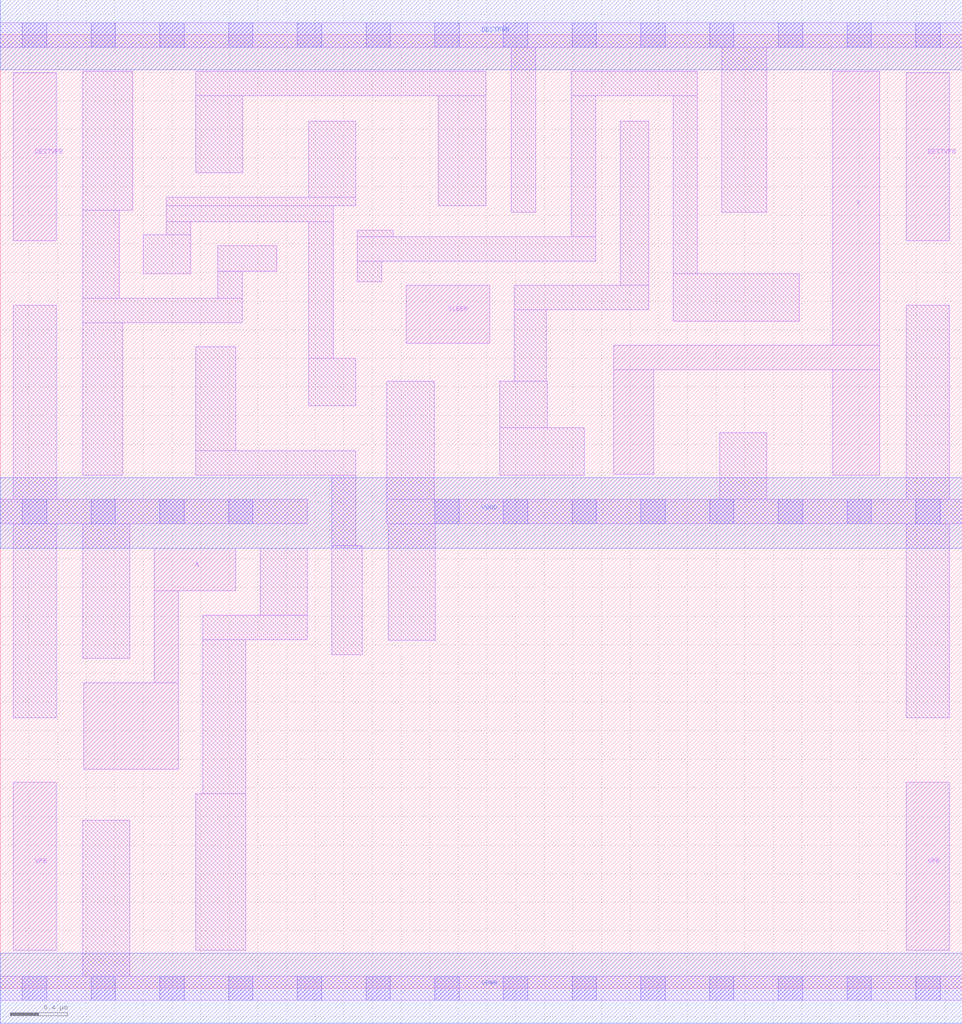
<source format=lef>
# Copyright 2020 The SkyWater PDK Authors
#
# Licensed under the Apache License, Version 2.0 (the "License");
# you may not use this file except in compliance with the License.
# You may obtain a copy of the License at
#
#     https://www.apache.org/licenses/LICENSE-2.0
#
# Unless required by applicable law or agreed to in writing, software
# distributed under the License is distributed on an "AS IS" BASIS,
# WITHOUT WARRANTIES OR CONDITIONS OF ANY KIND, either express or implied.
# See the License for the specific language governing permissions and
# limitations under the License.
#
# SPDX-License-Identifier: Apache-2.0

VERSION 5.5 ;
NAMESCASESENSITIVE ON ;
BUSBITCHARS "[]" ;
DIVIDERCHAR "/" ;
MACRO sky130_fd_sc_lp__lsbufiso0p_lp
  CLASS CORE ;
  SOURCE USER ;
  ORIGIN  0.000000  0.000000 ;
  SIZE  6.720000 BY  6.660000 ;
  SYMMETRY X Y R90 ;
  SITE unit ;
  PIN A
    ANTENNAGATEAREA  0.678000 ;
    DIRECTION INPUT ;
    USE SIGNAL ;
    PORT
      LAYER li1 ;
        RECT 0.585000 1.530000 1.245000 2.135000 ;
        RECT 1.075000 2.135000 1.245000 2.775000 ;
        RECT 1.075000 2.775000 1.645000 3.075000 ;
    END
  END A
  PIN SLEEP
    ANTENNAGATEAREA  0.978000 ;
    DIRECTION INPUT ;
    USE SIGNAL ;
    PORT
      LAYER li1 ;
        RECT 2.835000 4.505000 3.420000 4.910000 ;
    END
  END SLEEP
  PIN X
    ANTENNADIFFAREA  0.714400 ;
    DIRECTION OUTPUT ;
    USE SIGNAL ;
    PORT
      LAYER li1 ;
        RECT 4.285000 3.590000 4.565000 4.320000 ;
        RECT 4.285000 4.320000 6.145000 4.490000 ;
        RECT 5.815000 3.585000 6.145000 4.320000 ;
        RECT 5.815000 4.490000 6.145000 6.405000 ;
    END
  END X
  PIN DESTPWR
    DIRECTION INOUT ;
    USE POWER ;
    PORT
      LAYER met1 ;
        RECT 0.000000 6.415000 6.720000 6.905000 ;
    END
  END DESTPWR
  PIN DESTVPB
    DIRECTION INOUT ;
    USE POWER ;
    PORT
      LAYER li1 ;
        RECT 0.090000 5.220000 0.390000 6.395000 ;
    END
    PORT
      LAYER li1 ;
        RECT 6.330000 5.220000 6.630000 6.395000 ;
    END
  END DESTVPB
  PIN VGND
    DIRECTION INOUT ;
    USE GROUND ;
    PORT
      LAYER met1 ;
        RECT 0.000000 3.075000 6.720000 3.565000 ;
    END
  END VGND
  PIN VPB
    DIRECTION INOUT ;
    USE POWER ;
    PORT
      LAYER li1 ;
        RECT 0.090000 0.265000 0.390000 1.440000 ;
    END
    PORT
      LAYER li1 ;
        RECT 6.330000 0.265000 6.630000 1.440000 ;
    END
  END VPB
  PIN VPWR
    DIRECTION INOUT ;
    USE POWER ;
    PORT
      LAYER met1 ;
        RECT 0.000000 -0.245000 6.720000 0.245000 ;
    END
  END VPWR
  OBS
    LAYER li1 ;
      RECT 0.000000 -0.085000 6.720000 0.085000 ;
      RECT 0.000000  3.245000 2.145000 3.415000 ;
      RECT 0.000000  6.575000 6.720000 6.745000 ;
      RECT 0.090000  1.890000 0.390000 3.245000 ;
      RECT 0.090000  3.415000 0.390000 4.770000 ;
      RECT 0.575000  0.085000 0.905000 1.175000 ;
      RECT 0.575000  2.305000 0.905000 3.245000 ;
      RECT 0.575000  3.585000 0.855000 4.650000 ;
      RECT 0.575000  4.650000 1.690000 4.820000 ;
      RECT 0.575000  4.820000 0.830000 5.435000 ;
      RECT 0.575000  5.435000 0.925000 6.405000 ;
      RECT 1.000000  4.990000 1.330000 5.265000 ;
      RECT 1.160000  5.265000 1.330000 5.355000 ;
      RECT 1.160000  5.355000 2.325000 5.465000 ;
      RECT 1.160000  5.465000 2.485000 5.525000 ;
      RECT 1.365000  0.265000 1.715000 1.360000 ;
      RECT 1.365000  3.585000 2.485000 3.755000 ;
      RECT 1.365000  3.755000 1.645000 4.480000 ;
      RECT 1.365000  5.695000 1.695000 6.235000 ;
      RECT 1.365000  6.235000 3.390000 6.405000 ;
      RECT 1.415000  1.360000 1.715000 2.435000 ;
      RECT 1.415000  2.435000 2.145000 2.605000 ;
      RECT 1.520000  4.820000 1.690000 5.010000 ;
      RECT 1.520000  5.010000 1.930000 5.185000 ;
      RECT 1.815000  2.605000 2.145000 3.075000 ;
      RECT 2.155000  4.070000 2.485000 4.400000 ;
      RECT 2.155000  4.400000 2.325000 5.355000 ;
      RECT 2.155000  5.525000 2.485000 6.055000 ;
      RECT 2.315000  2.330000 2.530000 3.090000 ;
      RECT 2.315000  3.090000 2.485000 3.585000 ;
      RECT 2.495000  4.935000 2.665000 5.080000 ;
      RECT 2.495000  5.080000 4.160000 5.250000 ;
      RECT 2.495000  5.250000 2.745000 5.295000 ;
      RECT 2.700000  3.245000 6.720000 3.415000 ;
      RECT 2.700000  3.415000 3.030000 4.240000 ;
      RECT 2.710000  2.430000 3.040000 3.245000 ;
      RECT 3.060000  5.465000 3.390000 6.235000 ;
      RECT 3.490000  3.585000 4.080000 3.915000 ;
      RECT 3.490000  3.915000 3.820000 4.240000 ;
      RECT 3.570000  5.420000 3.740000 6.575000 ;
      RECT 3.590000  4.240000 3.815000 4.740000 ;
      RECT 3.590000  4.740000 4.530000 4.910000 ;
      RECT 3.990000  5.250000 4.160000 6.235000 ;
      RECT 3.990000  6.235000 4.870000 6.405000 ;
      RECT 4.330000  4.910000 4.530000 6.055000 ;
      RECT 4.700000  4.660000 5.580000 4.990000 ;
      RECT 4.700000  4.990000 4.870000 6.235000 ;
      RECT 5.025000  3.415000 5.355000 3.880000 ;
      RECT 5.040000  5.420000 5.355000 6.575000 ;
      RECT 6.330000  1.890000 6.630000 3.245000 ;
      RECT 6.330000  3.415000 6.630000 4.770000 ;
    LAYER mcon ;
      RECT 0.155000 -0.085000 0.325000 0.085000 ;
      RECT 0.155000  3.245000 0.325000 3.415000 ;
      RECT 0.155000  6.575000 0.325000 6.745000 ;
      RECT 0.635000 -0.085000 0.805000 0.085000 ;
      RECT 0.635000  3.245000 0.805000 3.415000 ;
      RECT 0.635000  6.575000 0.805000 6.745000 ;
      RECT 1.115000 -0.085000 1.285000 0.085000 ;
      RECT 1.115000  3.245000 1.285000 3.415000 ;
      RECT 1.115000  6.575000 1.285000 6.745000 ;
      RECT 1.595000 -0.085000 1.765000 0.085000 ;
      RECT 1.595000  3.245000 1.765000 3.415000 ;
      RECT 1.595000  6.575000 1.765000 6.745000 ;
      RECT 2.075000 -0.085000 2.245000 0.085000 ;
      RECT 2.075000  6.575000 2.245000 6.745000 ;
      RECT 2.555000 -0.085000 2.725000 0.085000 ;
      RECT 2.555000  6.575000 2.725000 6.745000 ;
      RECT 3.035000 -0.085000 3.205000 0.085000 ;
      RECT 3.035000  3.245000 3.205000 3.415000 ;
      RECT 3.035000  6.575000 3.205000 6.745000 ;
      RECT 3.515000 -0.085000 3.685000 0.085000 ;
      RECT 3.515000  3.245000 3.685000 3.415000 ;
      RECT 3.515000  6.575000 3.685000 6.745000 ;
      RECT 3.995000 -0.085000 4.165000 0.085000 ;
      RECT 3.995000  3.245000 4.165000 3.415000 ;
      RECT 3.995000  6.575000 4.165000 6.745000 ;
      RECT 4.475000 -0.085000 4.645000 0.085000 ;
      RECT 4.475000  3.245000 4.645000 3.415000 ;
      RECT 4.475000  6.575000 4.645000 6.745000 ;
      RECT 4.955000 -0.085000 5.125000 0.085000 ;
      RECT 4.955000  3.245000 5.125000 3.415000 ;
      RECT 4.955000  6.575000 5.125000 6.745000 ;
      RECT 5.435000 -0.085000 5.605000 0.085000 ;
      RECT 5.435000  3.245000 5.605000 3.415000 ;
      RECT 5.435000  6.575000 5.605000 6.745000 ;
      RECT 5.915000 -0.085000 6.085000 0.085000 ;
      RECT 5.915000  3.245000 6.085000 3.415000 ;
      RECT 5.915000  6.575000 6.085000 6.745000 ;
      RECT 6.395000 -0.085000 6.565000 0.085000 ;
      RECT 6.395000  3.245000 6.565000 3.415000 ;
      RECT 6.395000  6.575000 6.565000 6.745000 ;
  END
END sky130_fd_sc_lp__lsbufiso0p_lp

</source>
